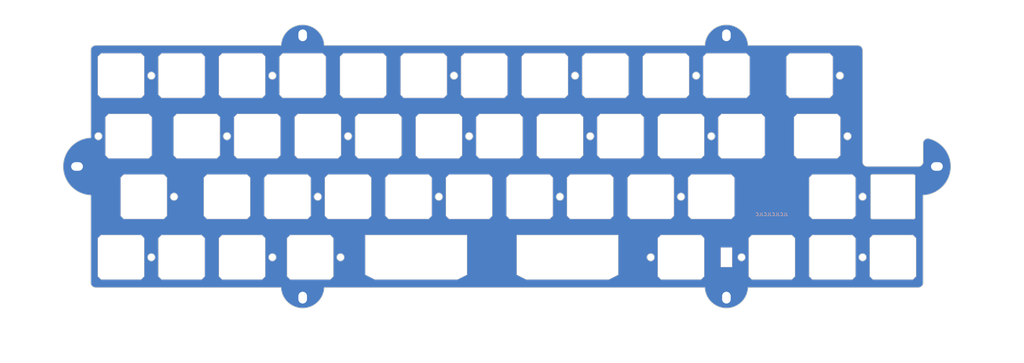
<source format=kicad_pcb>
(kicad_pcb (version 20221018) (generator pcbnew)
  (layers (0 "F.Cu" signal) (31 "B.Cu" signal) (34 "B.Paste" user) (35 "F.Paste" user) (36 "B.SilkS" user "B.Silkscreen") (37 "F.SilkS" user "F.Silkscreen") (38 "B.Mask" user) (39 "F.Mask" user) (44 "Edge.Cuts" user))
  (net 0 "")
  (net 1 "GND")
  (footprint "cipulot_parts:ecs_plate_cut_1U" (layer "F.Cu") (at 243.68125 51.59375)
    (fp_text reference "REF**")
    (fp_text value "Value " hide)
    (fp_line (start -7.3 -6) (end -7.3 6) (stroke (width 0.12)) (layer "Edge.Cuts"))
    (fp_line (start -7.3 6) (end -6.3 7) (stroke (width 0.12)) (layer "Edge.Cuts"))
    (fp_line (start -6.3 -7) (end -7.3 -6) (stroke (width 0.12)) (layer "Edge.Cuts"))
    (fp_line (start -6.3 7) (end 6.3 7) (stroke (width 0.12)) (layer "Edge.Cuts"))
    (fp_line (start 6.3 -7) (end -6.3 -7) (stroke (width 0.12)) (layer "Edge.Cuts"))
    (fp_line (start 6.3 -7) (end 7.3 -6) (stroke (width 0.12)) (layer "Edge.Cuts"))
    (fp_line (start 6.3 7) (end 7.3 6) (stroke (width 0.12)) (layer "Edge.Cuts"))
    (fp_line (start 7.3 6) (end 7.3 -6) (stroke (width 0.12)) (layer "Edge.Cuts"))
  )
  (footprint "cipulot_parts:ecs_plate_cut_1U" (layer "F.Cu") (at 88.9 70.64375)
    (fp_text reference "REF**")
    (fp_text value "Value " hide)
    (fp_line (start -7.3 -6) (end -7.3 6) (stroke (width 0.12)) (layer "Edge.Cuts"))
    (fp_line (start -7.3 6) (end -6.3 7) (stroke (width 0.12)) (layer "Edge.Cuts"))
    (fp_line (start -6.3 -7) (end -7.3 -6) (stroke (width 0.12)) (layer "Edge.Cuts"))
    (fp_line (start -6.3 7) (end 6.3 7) (stroke (width 0.12)) (layer "Edge.Cuts"))
    (fp_line (start 6.3 -7) (end -6.3 -7) (stroke (width 0.12)) (layer "Edge.Cuts"))
    (fp_line (start 6.3 -7) (end 7.3 -6) (stroke (width 0.12)) (layer "Edge.Cuts"))
    (fp_line (start 6.3 7) (end 7.3 6) (stroke (width 0.12)) (layer "Edge.Cuts"))
    (fp_line (start 7.3 6) (end 7.3 -6) (stroke (width 0.12)) (layer "Edge.Cuts"))
  )
  (footprint "cipulot_parts:ecs_plate_cut_1U" (layer "F.Cu") (at 165.1 70.64375)
    (fp_text reference "REF**")
    (fp_text value "Value " hide)
    (fp_line (start -7.3 -6) (end -7.3 6) (stroke (width 0.12)) (layer "Edge.Cuts"))
    (fp_line (start -7.3 6) (end -6.3 7) (stroke (width 0.12)) (layer "Edge.Cuts"))
    (fp_line (start -6.3 -7) (end -7.3 -6) (stroke (width 0.12)) (layer "Edge.Cuts"))
    (fp_line (start -6.3 7) (end 6.3 7) (stroke (width 0.12)) (layer "Edge.Cuts"))
    (fp_line (start 6.3 -7) (end -6.3 -7) (stroke (width 0.12)) (layer "Edge.Cuts"))
    (fp_line (start 6.3 -7) (end 7.3 -6) (stroke (width 0.12)) (layer "Edge.Cuts"))
    (fp_line (start 6.3 7) (end 7.3 6) (stroke (width 0.12)) (layer "Edge.Cuts"))
    (fp_line (start 7.3 6) (end 7.3 -6) (stroke (width 0.12)) (layer "Edge.Cuts"))
  )
  (footprint "cipulot_parts:ecs_plate_cut_1U" (layer "F.Cu") (at 29.36875 70.64375)
    (fp_text reference "REF**")
    (fp_text value "Value " hide)
    (fp_line (start -7.3 -6) (end -7.3 6) (stroke (width 0.12)) (layer "Edge.Cuts"))
    (fp_line (start -7.3 6) (end -6.3 7) (stroke (width 0.12)) (layer "Edge.Cuts"))
    (fp_line (start -6.3 -7) (end -7.3 -6) (stroke (width 0.12)) (layer "Edge.Cuts"))
    (fp_line (start -6.3 7) (end 6.3 7) (stroke (width 0.12)) (layer "Edge.Cuts"))
    (fp_line (start 6.3 -7) (end -6.3 -7) (stroke (width 0.12)) (layer "Edge.Cuts"))
    (fp_line (start 6.3 -7) (end 7.3 -6) (stroke (width 0.12)) (layer "Edge.Cuts"))
    (fp_line (start 6.3 7) (end 7.3 6) (stroke (width 0.12)) (layer "Edge.Cuts"))
    (fp_line (start 7.3 6) (end 7.3 -6) (stroke (width 0.12)) (layer "Edge.Cuts"))
  )
  (footprint "cipulot_parts:ecs_plate_cut_1U" (layer "F.Cu") (at 46.0375 51.59375)
    (fp_text reference "REF**")
    (fp_text value "Value " hide)
    (fp_line (start -7.3 -6) (end -7.3 6) (stroke (width 0.12)) (layer "Edge.Cuts"))
    (fp_line (start -7.3 6) (end -6.3 7) (stroke (width 0.12)) (layer "Edge.Cuts"))
    (fp_line (start -6.3 -7) (end -7.3 -6) (stroke (width 0.12)) (layer "Edge.Cuts"))
    (fp_line (start -6.3 7) (end 6.3 7) (stroke (width 0.12)) (layer "Edge.Cuts"))
    (fp_line (start 6.3 -7) (end -6.3 -7) (stroke (width 0.12)) (layer "Edge.Cuts"))
    (fp_line (start 6.3 -7) (end 7.3 -6) (stroke (width 0.12)) (layer "Edge.Cuts"))
    (fp_line (start 6.3 7) (end 7.3 6) (stroke (width 0.12)) (layer "Edge.Cuts"))
    (fp_line (start 7.3 6) (end 7.3 -6) (stroke (width 0.12)) (layer "Edge.Cuts"))
  )
  (footprint "cipulot_parts:ecs_plate_cut_1U" (layer "F.Cu") (at 212.725 89.69375)
    (fp_text reference "REF**")
    (fp_text value "Value " hide)
    (fp_line (start -7.3 -6) (end -7.3 6) (stroke (width 0.12)) (layer "Edge.Cuts"))
    (fp_line (start -7.3 6) (end -6.3 7) (stroke (width 0.12)) (layer "Edge.Cuts"))
    (fp_line (start -6.3 -7) (end -7.3 -6) (stroke (width 0.12)) (layer "Edge.Cuts"))
    (fp_line (start -6.3 7) (end 6.3 7) (stroke (width 0.12)) (layer "Edge.Cuts"))
    (fp_line (start 6.3 -7) (end -6.3 -7) (stroke (width 0.12)) (layer "Edge.Cuts"))
    (fp_line (start 6.3 -7) (end 7.3 -6) (stroke (width 0.12)) (layer "Edge.Cuts"))
    (fp_line (start 6.3 7) (end 7.3 6) (stroke (width 0.12)) (layer "Edge.Cuts"))
    (fp_line (start 7.3 6) (end 7.3 -6) (stroke (width 0.12)) (layer "Edge.Cuts"))
  )
  (footprint "cipulot_parts:ecs_plate_cut_1U" (layer "F.Cu") (at 146.05 70.64375)
    (fp_text reference "REF**")
    (fp_text value "Value " hide)
    (fp_line (start -7.3 -6) (end -7.3 6) (stroke (width 0.12)) (layer "Edge.Cuts"))
    (fp_line (start -7.3 6) (end -6.3 7) (stroke (width 0.12)) (layer "Edge.Cuts"))
    (fp_line (start -6.3 -7) (end -7.3 -6) (stroke (width 0.12)) (layer "Edge.Cuts"))
    (fp_line (start -6.3 7) (end 6.3 7) (stroke (width 0.12)) (layer "Edge.Cuts"))
    (fp_line (start 6.3 -7) (end -6.3 -7) (stroke (width 0.12)) (layer "Edge.Cuts"))
    (fp_line (start 6.3 -7) (end 7.3 -6) (stroke (width 0.12)) (layer "Edge.Cuts"))
    (fp_line (start 6.3 7) (end 7.3 6) (stroke (width 0.12)) (layer "Edge.Cuts"))
    (fp_line (start 7.3 6) (end 7.3 -6) (stroke (width 0.12)) (layer "Edge.Cuts"))
  )
  (footprint "" (layer "F.Cu") (at 283.731249 80.168749)
    (fp_text reference "" (at 0 0) (layer "F.SilkS") (effects (font (size 1.27 1.27))))
    (fp_text value "" (at 0 0) (layer "F.SilkS") (effects (font (size 1.27 1.27))))
    (pad "1" thru_hole circle (at 0 0 90) (size 5.4 5.4) (drill oval 2.7 3.7) (layers "*.Cu" "*.Mask"))
  )
  (footprint "cipulot_parts:ecs_plate_cut_1U" (layer "F.Cu") (at 217.4875 51.59375)
    (fp_text reference "REF**")
    (fp_text value "Value " hide)
    (fp_line (start -7.3 -6) (end -7.3 6) (stroke (width 0.12)) (layer "Edge.Cuts"))
    (fp_line (start -7.3 6) (end -6.3 7) (stroke (width 0.12)) (layer "Edge.Cuts"))
    (fp_line (start -6.3 -7) (end -7.3 -6) (stroke (width 0.12)) (layer "Edge.Cuts"))
    (fp_line (start -6.3 7) (end 6.3 7) (stroke (width 0.12)) (layer "Edge.Cuts"))
    (fp_line (start 6.3 -7) (end -6.3 -7) (stroke (width 0.12)) (layer "Edge.Cuts"))
    (fp_line (start 6.3 -7) (end 7.3 -6) (stroke (width 0.12)) (layer "Edge.Cuts"))
    (fp_line (start 6.3 7) (end 7.3 6) (stroke (width 0.12)) (layer "Edge.Cuts"))
    (fp_line (start 7.3 6) (end 7.3 -6) (stroke (width 0.12)) (layer "Edge.Cuts"))
  )
  (footprint "cipulot_parts:ecs_plate_cut_2U" (layer "F.Cu") (at 167.48125 108.74375)
    (fp_text reference "REF**")
    (fp_text value "Value " hide)
    (fp_line (start -16 -7) (end 16 -7) (stroke (width 0.12)) (layer "Edge.Cuts"))
    (fp_line (start -16 0) (end -16 -7) (stroke (width 0.12)) (layer "Edge.Cuts"))
    (fp_line (start -16 0) (end -16 5.5) (stroke (width 0.12)) (layer "Edge.Cuts"))
    (fp_line (start -16 5.5) (end -13 7) (stroke (width 0.12)) (layer "Edge.Cuts"))
    (fp_line (start 13 7) (end -13 7) (stroke (width 0.12)) (layer "Edge.Cuts"))
    (fp_line (start 16 -7) (end 16 0) (stroke (width 0.12)) (layer "Edge.Cuts"))
    (fp_line (start 16 0) (end 16 5.5) (stroke (width 0.12)) (layer "Edge.Cuts"))
    (fp_line (start 16 5.5) (end 13 7) (stroke (width 0.12)) (layer "Edge.Cuts"))
  )
  (footprint "cipulot_parts:ecs_plate_cut_1U" (layer "F.Cu") (at 46.0375 108.74375)
    (fp_text reference "REF**")
    (fp_text value "Value " hide)
    (fp_line (start -7.3 -6) (end -7.3 6) (stroke (width 0.12)) (layer "Edge.Cuts"))
    (fp_line (start -7.3 6) (end -6.3 7) (stroke (width 0.12)) (layer "Edge.Cuts"))
    (fp_line (start -6.3 -7) (end -7.3 -6) (stroke (width 0.12)) (layer "Edge.Cuts"))
    (fp_line (start -6.3 7) (end 6.3 7) (stroke (width 0.12)) (layer "Edge.Cuts"))
    (fp_line (start 6.3 -7) (end -6.3 -7) (stroke (width 0.12)) (layer "Edge.Cuts"))
    (fp_line (start 6.3 -7) (end 7.3 -6) (stroke (width 0.12)) (layer "Edge.Cuts"))
    (fp_line (start 6.3 7) (end 7.3 6) (stroke (width 0.12)) (layer "Edge.Cuts"))
    (fp_line (start 7.3 6) (end 7.3 -6) (stroke (width 0.12)) (layer "Edge.Cuts"))
  )
  (footprint "cipulot_parts:ecs_plate_cut_1U" (layer "F.Cu") (at 127 70.64375)
    (fp_text reference "REF**")
    (fp_text value "Value " hide)
    (fp_line (start -7.3 -6) (end -7.3 6) (stroke (width 0.12)) (layer "Edge.Cuts"))
    (fp_line (start -7.3 6) (end -6.3 7) (stroke (width 0.12)) (layer "Edge.Cuts"))
    (fp_line (start -6.3 -7) (end -7.3 -6) (stroke (width 0.12)) (layer "Edge.Cuts"))
    (fp_line (start -6.3 7) (end 6.3 7) (stroke (width 0.12)) (layer "Edge.Cuts"))
    (fp_line (start 6.3 -7) (end -6.3 -7) (stroke (width 0.12)) (layer "Edge.Cuts"))
    (fp_line (start 6.3 -7) (end 7.3 -6) (stroke (width 0.12)) (layer "Edge.Cuts"))
    (fp_line (start 6.3 7) (end 7.3 6) (stroke (width 0.12)) (layer "Edge.Cuts"))
    (fp_line (start 7.3 6) (end 7.3 -6) (stroke (width 0.12)) (layer "Edge.Cuts"))
  )
  (footprint "cipulot_parts:ecs_plate_cut_1U" (layer "F.Cu") (at 174.625 89.69375)
    (fp_text reference "REF**")
    (fp_text value "Value " hide)
    (fp_line (start -7.3 -6) (end -7.3 6) (stroke (width 0.12)) (layer "Edge.Cuts"))
    (fp_line (start -7.3 6) (end -6.3 7) (stroke (width 0.12)) (layer "Edge.Cuts"))
    (fp_line (start -6.3 -7) (end -7.3 -6) (stroke (width 0.12)) (layer "Edge.Cuts"))
    (fp_line (start -6.3 7) (end 6.3 7) (stroke (width 0.12)) (layer "Edge.Cuts"))
    (fp_line (start 6.3 -7) (end -6.3 -7) (stroke (width 0.12)) (layer "Edge.Cuts"))
    (fp_line (start 6.3 -7) (end 7.3 -6) (stroke (width 0.12)) (layer "Edge.Cuts"))
    (fp_line (start 6.3 7) (end 7.3 6) (stroke (width 0.12)) (layer "Edge.Cuts"))
    (fp_line (start 7.3 6) (end 7.3 -6) (stroke (width 0.12)) (layer "Edge.Cuts"))
  )
  (footprint "cipulot_parts:ecs_plate_cut_2U" (layer "F.Cu") (at 119.85625 108.74375)
    (fp_text reference "REF**")
    (fp_text value "Value " hide)
    (fp_line (start -16 -7) (end 16 -7) (stroke (width 0.12)) (layer "Edge.Cuts"))
    (fp_line (start -16 0) (end -16 -7) (stroke (width 0.12)) (layer "Edge.Cuts"))
    (fp_line (start -16 0) (end -16 5.5) (stroke (width 0.12)) (layer "Edge.Cuts"))
    (fp_line (start -16 5.5) (end -13 7) (stroke (width 0.12)) (layer "Edge.Cuts"))
    (fp_line (start 13 7) (end -13 7) (stroke (width 0.12)) (layer "Edge.Cuts"))
    (fp_line (start 16 -7) (end 16 0) (stroke (width 0.12)) (layer "Edge.Cuts"))
    (fp_line (start 16 0) (end 16 5.5) (stroke (width 0.12)) (layer "Edge.Cuts"))
    (fp_line (start 16 5.5) (end 13 7) (stroke (width 0.12)) (layer "Edge.Cuts"))
  )
  (footprint "cipulot_parts:ecs_plate_cut_1U" (layer "F.Cu") (at 203.2 108.74375)
    (fp_text reference "REF**")
    (fp_text value "Value " hide)
    (fp_line (start -7.3 -6) (end -7.3 6) (stroke (width 0.12)) (layer "Edge.Cuts"))
    (fp_line (start -7.3 6) (end -6.3 7) (stroke (width 0.12)) (layer "Edge.Cuts"))
    (fp_line (start -6.3 -7) (end -7.3 -6) (stroke (width 0.12)) (layer "Edge.Cuts"))
    (fp_line (start -6.3 7) (end 6.3 7) (stroke (width 0.12)) (layer "Edge.Cuts"))
    (fp_line (start 6.3 -7) (end -6.3 -7) (stroke (width 0.12)) (layer "Edge.Cuts"))
    (fp_line (start 6.3 -7) (end 7.3 -6) (stroke (width 0.12)) (layer "Edge.Cuts"))
    (fp_line (start 6.3 7) (end 7.3 6) (stroke (width 0.12)) (layer "Edge.Cuts"))
    (fp_line (start 7.3 6) (end 7.3 -6) (stroke (width 0.12)) (layer "Edge.Cuts"))
  )
  (footprint "cipulot_parts:ecs_plate_cut_1U" (layer "F.Cu") (at 26.9875 108.74375)
    (fp_text reference "REF**")
    (fp_text value "Value " hide)
    (fp_line (start -7.3 -6) (end -7.3 6) (stroke (width 0.12)) (layer "Edge.Cuts"))
    (fp_line (start -7.3 6) (end -6.3 7) (stroke (width 0.12)) (layer "Edge.Cuts"))
    (fp_line (start -6.3 -7) (end -7.3 -6) (stroke (width 0.12)) (layer "Edge.Cuts"))
    (fp_line (start -6.3 7) (end 6.3 7) (stroke (width 0.12)) (layer "Edge.Cuts"))
    (fp_line (start 6.3 -7) (end -6.3 -7) (stroke (width 0.12)) (layer "Edge.Cuts"))
    (fp_line (start 6.3 -7) (end 7.3 -6) (stroke (width 0.12)) (layer "Edge.Cuts"))
    (fp_line (start 6.3 7) (end 7.3 6) (stroke (width 0.12)) (layer "Edge.Cuts"))
    (fp_line (start 7.3 6) (end 7.3 -6) (stroke (width 0.12)) (layer "Edge.Cuts"))
  )
  (footprint "cipulot_parts:ecs_plate_cut_1U" (layer "F.Cu") (at 250.825 108.74375)
    (fp_text reference "REF**")
    (fp_text value "Value " hide)
    (fp_line (start -7.3 -6) (end -7.3 6) (stroke (width 0.12)) (layer "Edge.Cuts"))
    (fp_line (start -7.3 6) (end -6.3 7) (stroke (width 0.12)) (layer "Edge.Cuts"))
    (fp_line (start -6.3 -7) (end -7.3 -6) (stroke (width 0.12)) (layer "Edge.Cuts"))
    (fp_line (start -6.3 7) (end 6.3 7) (stroke (width 0.12)) (layer "Edge.Cuts"))
    (fp_line (start 6.3 -7) (end -6.3 -7) (stroke (width 0.12)) (layer "Edge.Cuts"))
    (fp_line (start 6.3 -7) (end 7.3 -6) (stroke (width 0.12)) (layer "Edge.Cuts"))
    (fp_line (start 6.3 7) (end 7.3 6) (stroke (width 0.12)) (layer "Edge.Cuts"))
    (fp_line (start 7.3 6) (end 7.3 -6) (stroke (width 0.12)) (layer "Edge.Cuts"))
  )
  (footprint "cipulot_parts:ecs_plate_cut_1U" (layer "F.Cu") (at 193.675 89.69375)
    (fp_text reference "REF**")
    (fp_text value "Value " hide)
    (fp_line (start -7.3 -6) (end -7.3 6) (stroke (width 0.12)) (layer "Edge.Cuts"))
    (fp_line (start -7.3 6) (end -6.3 7) (stroke (width 0.12)) (layer "Edge.Cuts"))
    (fp_line (start -6.3 -7) (end -7.3 -6) (stroke (width 0.12)) (layer "Edge.Cuts"))
    (fp_line (start -6.3 7) (end 6.3 7) (stroke (width 0.12)) (layer "Edge.Cuts"))
    (fp_line (start 6.3 -7) (end -6.3 -7) (stroke (width 0.12)) (layer "Edge.Cuts"))
    (fp_line (start 6.3 -7) (end 7.3 -6) (stroke (width 0.12)) (layer "Edge.Cuts"))
    (fp_line (start 6.3 7) (end 7.3 6) (stroke (width 0.12)) (layer "Edge.Cuts"))
    (fp_line (start 7.3 6) (end 7.3 -6) (stroke (width 0.12)) (layer "Edge.Cuts"))
  )
  (footprint "cipulot_parts:ecs_plate_cut_1U" (layer "F.Cu") (at 65.0875 51.59375)
    (fp_text reference "REF**")
    (fp_text value "Value " hide)
    (fp_line (start -7.3 -6) (end -7.3 6) (stroke (width 0.12)) (layer "Edge.Cuts"))
    (fp_line (start -7.3 6) (end -6.3 7) (stroke (width 0.12)) (layer "Edge.Cuts"))
    (fp_line (start -6.3 -7) (end -7.3 -6) (stroke (width 0.12)) (layer "Edge.Cuts"))
    (fp_line (start -6.3 7) (end 6.3 7) (stroke (width 0.12)) (layer "Edge.Cuts"))
    (fp_line (start 6.3 -7) (end -6.3 -7) (stroke (width 0.12)) (layer "Edge.Cuts"))
    (fp_line (start 6.3 -7) (end 7.3 -6) (stroke (width 0.12)) (layer "Edge.Cuts"))
    (fp_line (start 6.3 7) (end 7.3 6) (stroke (width 0.12)) (layer "Edge.Cuts"))
    (fp_line (start 7.3 6) (end 7.3 -6) (stroke (width 0.12)) (layer "Edge.Cuts"))
  )
  (footprint "cipulot_parts:ecs_plate_cut_1U" (layer "F.Cu") (at 179.3875 51.59375)
    (fp_text reference "REF**")
    (fp_text value "Value " hide)
    (fp_line (start -7.3 -6) (end -7.3 6) (stroke (width 0.12)) (layer "Edge.Cuts"))
    (fp_line (start -7.3 6) (end -6.3 7) (stroke (width 0.12)) (layer "Edge.Cuts"))
    (fp_line (start -6.3 -7) (end -7.3 -6) (stroke (width 0.12)) (layer "Edge.Cuts"))
    (fp_line (start -6.3 7) (end 6.3 7) (stroke (width 0.12)) (layer "Edge.Cuts"))
    (fp_line (start 6.3 -7) (end -6.3 -7) (stroke (width 0.12)) (layer "Edge.Cuts"))
    (fp_line (start 6.3 -7) (end 7.3 -6) (stroke (width 0.12)) (layer "Edge.Cuts"))
    (fp_line (start 6.3 7) (end 7.3 6) (stroke (width 0.12)) (layer "Edge.Cuts"))
    (fp_line (start 7.3 6) (end 7.3 -6) (stroke (width 0.12)) (layer "Edge.Cuts"))
  )
  (footprint "" (layer "F.Cu") (at 84.137499 38.89375)
    (fp_text reference "" (at 0 0) (layer "F.SilkS") (effects (font (size 1.27 1.27))))
    (fp_text value "" (at 0 0) (layer "F.SilkS") (effects (font (size 1.27 1.27))))
    (pad "1" thru_hole circle (at 0 0) (size 5.4 5.4) (drill oval 2.7 3.7) (layers "*.Cu" "*.Mask"))
  )
  (footprint "cipulot_parts:ecs_plate_cut_1U" (layer "F.Cu") (at 222.25 70.64375)
    (fp_text reference "REF**")
    (fp_text value "Value " hide)
    (fp_line (start -7.3 -6) (end -7.3 6) (stroke (width 0.12)) (layer "Edge.Cuts"))
    (fp_line (start -7.3 6) (end -6.3 7) (stroke (width 0.12)) (layer "Edge.Cuts"))
    (fp_line (start -6.3 -7) (end -7.3 -6) (stroke (width 0.12)) (layer "Edge.Cuts"))
    (fp_line (start -6.3 7) (end 6.3 7) (stroke (width 0.12)) (layer "Edge.Cuts"))
    (fp_line (start 6.3 -7) (end -6.3 -7) (stroke (width 0.12)) (layer "Edge.Cuts"))
    (fp_line (start 6.3 -7) (end 7.3 -6) (stroke (width 0.12)) (layer "Edge.Cuts"))
    (fp_line (start 6.3 7) (end 7.3 6) (stroke (width 0.12)) (layer "Edge.Cuts"))
    (fp_line (start 7.3 6) (end 7.3 -6) (stroke (width 0.12)) (layer "Edge.Cuts"))
  )
  (footprint "cipulot_parts:ecs_plate_cut_1U" (layer "F.Cu") (at 34.13125 89.69375)
    (fp_text reference "REF**")
    (fp_text value "Value " hide)
    (fp_line (start -7.3 -6) (end -7.3 6) (stroke (width 0.12)) (layer "Edge.Cuts"))
    (fp_line (start -7.3 6) (end -6.3 7) (stroke (width 0.12)) (layer "Edge.Cuts"))
    (fp_line (start -6.3 -7) (end -7.3 -6) (stroke (width 0.12)) (layer "Edge.Cuts"))
    (fp_line (start -6.3 7) (end 6.3 7) (stroke (width 0.12)) (layer "Edge.Cuts"))
    (fp_line (start 6.3 -7) (end -6.3 -7) (stroke (width 0.12)) (layer "Edge.Cuts"))
    (fp_line (start 6.3 -7) (end 7.3 -6) (stroke (width 0.12)) (layer "Edge.Cuts"))
    (fp_line (start 6.3 7) (end 7.3 6) (stroke (width 0.12)) (layer "Edge.Cuts"))
    (fp_line (start 7.3 6) (end 7.3 -6) (stroke (width 0.12)) (layer "Edge.Cuts"))
  )
  (footprint "cipulot_parts:ecs_plate_cut_1U" (layer "F.Cu") (at 198.4375 51.59375)
    (fp_text reference "REF**")
    (fp_text value "Value " hide)
    (fp_line (start -7.3 -6) (end -7.3 6) (stroke (width 0.12)) (layer "Edge.Cuts"))
    (fp_line (start -7.3 6) (end -6.3 7) (stroke (width 0.12)) (layer "Edge.Cuts"))
    (fp_line (start -6.3 -7) (end -7.3 -6) (stroke (width 0.12)) (layer "Edge.Cuts"))
    (fp_line (start -6.3 7) (end 6.3 7) (stroke (width 0.12)) (layer "Edge.Cuts"))
    (fp_line (start 6.3 -7) (end -6.3 -7) (stroke (width 0.12)) (layer "Edge.Cuts"))
    (fp_line (start 6.3 -7) (end 7.3 -6) (stroke (width 0.12)) (layer "Edge.Cuts"))
    (fp_line (start 6.3 7) (end 7.3 6) (stroke (width 0.12)) (layer "Edge.Cuts"))
    (fp_line (start 7.3 6) (end 7.3 -6) (stroke (width 0.12)) (layer "Edge.Cuts"))
  )
  (footprint "" (layer "F.Cu") (at 217.4875 38.893751)
    (fp_text reference "" (at 0 0) (layer "F.SilkS") (effects (font (size 1.27 1.27))))
    (fp_text value "" (at 0 0) (layer "F.SilkS") (effects (font (size 1.27 1.27))))
    (pad "1" thru_hole circle (at 0 0) (size 5.4 5.4) (drill oval 2.7 3.7) (layers "*.Cu" "*.Mask"))
  )
  (footprint "cipulot_parts:ecs_plate_cut_1U" (layer "F.Cu") (at 26.9875 51.59375)
    (fp_text reference "REF**")
    (fp_text value "Value " hide)
    (fp_line (start -7.3 -6) (end -7.3 6) (stroke (width 0.12)) (layer "Edge.Cuts"))
    (fp_line (start -7.3 6) (end -6.3 7) (stroke (width 0.12)) (layer "Edge.Cuts"))
    (fp_line (start -6.3 -7) (end -7.3 -6) (stroke (width 0.12)) (layer "Edge.Cuts"))
    (fp_line (start -6.3 7) (end 6.3 7) (stroke (width 0.12)) (layer "Edge.Cuts"))
    (fp_line (start 6.3 -7) (end -6.3 -7) (stroke (width 0.12)) (layer "Edge.Cuts"))
    (fp_line (start 6.3 -7) (end 7.3 -6) (stroke (width 0.12)) (layer "Edge.Cuts"))
    (fp_line (start 6.3 7) (end 7.3 6) (stroke (width 0.12)) (layer "Edge.Cuts"))
    (fp_line (start 7.3 6) (end 7.3 -6) (stroke (width 0.12)) (layer "Edge.Cuts"))
  )
  (footprint "cipulot_parts:ecs_plate_cut_1U" (layer "F.Cu") (at 86.51875 108.74375)
    (fp_text reference "REF**")
    (fp_text value "Value " hide)
    (fp_line (start -7.3 -6) (end -7.3 6) (stroke (width 0.12)) (layer "Edge.Cuts"))
    (fp_line (start -7.3 6) (end -6.3 7) (stroke (width 0.12)) (layer "Edge.Cuts"))
    (fp_line (start -6.3 -7) (end -7.3 -6) (stroke (width 0.12)) (layer "Edge.Cuts"))
    (fp_line (start -6.3 7) (end 6.3 7) (stroke (width 0.12)) (layer "Edge.Cuts"))
    (fp_line (start 6.3 -7) (end -6.3 -7) (stroke (width 0.12)) (layer "Edge.Cuts"))
    (fp_line (start 6.3 -7) (end 7.3 -6) (stroke (width 0.12)) (layer "Edge.Cuts"))
    (fp_line (start 6.3 7) (end 7.3 6) (stroke (width 0.12)) (layer "Edge.Cuts"))
    (fp_line (start 7.3 6) (end 7.3 -6) (stroke (width 0.12)) (layer "Edge.Cuts"))
  )
  (footprint "cipulot_parts:ecs_plate_cut_1U" (layer "F.Cu") (at 50.8 70.64375)
    (fp_text reference "REF**")
    (fp_text value "Value " hide)
    (fp_line (start -7.3 -6) (end -7.3 6) (stroke (width 0.12)) (layer "Edge.Cuts"))
    (fp_line (start -7.3 6) (end -6.3 7) (stroke (width 0.12)) (layer "Edge.Cuts"))
    (fp_line (start -6.3 -7) (end -7.3 -6) (stroke (width 0.12)) (layer "Edge.Cuts"))
    (fp_line (start -6.3 7) (end 6.3 7) (stroke (width 0.12)) (layer "Edge.Cuts"))
    (fp_line (start 6.3 -7) (end -6.3 -7) (stroke (width 0.12)) (layer "Edge.Cuts"))
    (fp_line (start 6.3 -7) (end 7.3 -6) (stroke (width 0.12)) (layer "Edge.Cuts"))
    (fp_line (start 6.3 7) (end 7.3 6) (stroke (width 0.12)) (layer "Edge.Cuts"))
    (fp_line (start 7.3 6) (end 7.3 -6) (stroke (width 0.12)) (layer "Edge.Cuts"))
  )
  (footprint "cipulot_parts:ecs_plate_cut_1U" (layer "F.Cu") (at 269.875 108.74375)
    (fp_text reference "REF**")
    (fp_text value "Value " hide)
    (fp_line (start -7.3 -6) (end -7.3 6) (stroke (width 0.12)) (layer "Edge.Cuts"))
    (fp_line (start -7.3 6) (end -6.3 7) (stroke (width 0.12)) (layer "Edge.Cuts"))
    (fp_line (start -6.3 -7) (end -7.3 -6) (stroke (width 0.12)) (layer "Edge.Cuts"))
    (fp_line (start -6.3 7) (end 6.3 7) (stroke (width 0.12)) (layer "Edge.Cuts"))
    (fp_line (start 6.3 -7) (end -6.3 -7) (stroke (width 0.12)) (layer "Edge.Cuts"))
    (fp_line (start 6.3 -7) (end 7.3 -6) (stroke (width 0.12)) (layer "Edge.Cuts"))
    (fp_line (start 6.3 7) (end 7.3 6) (stroke (width 0.12)) (layer "Edge.Cuts"))
    (fp_line (start 7.3 6) (end 7.3 -6) (stroke (width 0.12)) (layer "Edge.Cuts"))
  )
  (footprint "cipulot_parts:ecs_plate_cut_1U" (layer "F.Cu") (at 250.825 89.69375)
    (fp_text reference "REF**")
    (fp_text value "Value " hide)
    (fp_line (start -7.3 -6) (end -7.3 6) (stroke (width 0.12)) (layer "Edge.Cuts"))
    (fp_line (start -7.3 6) (end -6.3 7) (stroke (width 0.12)) (layer "Edge.Cuts"))
    (fp_line (start -6.3 -7) (end -7.3 -6) (stroke (width 0.12)) (layer "Edge.Cuts"))
    (fp_line (start -6.3 7) (end 6.3 7) (stroke (width 0.12)) (layer "Edge.Cuts"))
    (fp_line (start 6.3 -7) (end -6.3 -7) (stroke (width 0.12)) (layer "Edge.Cuts"))
    (fp_line (start 6.3 -7) (end 7.3 -6) (stroke (width 0.12)) (layer "Edge.Cuts"))
    (fp_line (start 6.3 7) (end 7.3 6) (stroke (width 0.12)) (layer "Edge.Cuts"))
    (fp_line (start 7.3 6) (end 7.3 -6) (stroke (width 0.12)) (layer "Edge.Cuts"))
  )
  (footprint "cipulot_parts:ecs_plate_cut_1U" (layer "F.Cu") (at 65.0875 108.74375)
    (fp_text reference "REF**")
    (fp_text value "Value " hide)
    (fp_line (start -7.3 -6) (end -7.3 6) (stroke (width 0.12)) (layer "Edge.Cuts"))
    (fp_line (start -7.3 6) (end -6.3 7) (stroke (width 0.12)) (layer "Edge.Cuts"))
    (fp_line (start -6.3 -7) (end -7.3 -6) (stroke (width 0.12)) (layer "Edge.Cuts"))
    (fp_line (start -6.3 7) (end 6.3 7) (stroke (width 0.12)) (layer "Edge.Cuts"))
    (fp_line (start 6.3 -7) (end -6.3 -7) (stroke (width 0.12)) (layer "Edge.Cuts"))
    (fp_line (start 6.3 -7) (end 7.3 -6) (stroke (width 0.12)) (layer "Edge.Cuts"))
    (fp_line (start 6.3 7) (end 7.3 6) (stroke (width 0.12)) (layer "Edge.Cuts"))
    (fp_line (start 7.3 6) (end 7.3 -6) (stroke (width 0.12)) (layer "Edge.Cuts"))
  )
  (footprint "cipulot_parts:ecs_plate_cut_1U" (layer "F.Cu") (at 69.85 70.64375)
    (fp_text reference "REF**")
    (fp_text value "Value " hide)
    (fp_line (start -7.3 -6) (end -7.3 6) (stroke (width 0.12)) (layer "Edge.Cuts"))
    (fp_line (start -7.3 6) (end -6.3 7) (stroke (width 0.12)) (layer "Edge.Cuts"))
    (fp_line (start -6.3 -7) (end -7.3 -6) (stroke (width 0.12)) (layer "Edge.Cuts"))
    (fp_line (start -6.3 7) (end 6.3 7) (stroke (width 0.12)) (layer "Edge.Cuts"))
    (fp_line (start 6.3 -7) (end -6.3 -7) (stroke (width 0.12)) (layer "Edge.Cuts"))
    (fp_line (start 6.3 -7) (end 7.3 -6) (stroke (width 0.12)) (layer "Edge.Cuts"))
    (fp_line (start 6.3 7) (end 7.3 6) (stroke (width 0.12)) (layer "Edge.Cuts"))
    (fp_line (start 7.3 6) (end 7.3 -6) (stroke (width 0.12)) (layer "Edge.Cuts"))
  )
  (footprint "cipulot_parts:ecs_plate_cut_1U" (layer "F.Cu") (at 160.3375 51.59375)
    (fp_text reference "REF**")
    (fp_text value "Value " hide)
    (fp_line (start -7.3 -6) (end -7.3 6) (stroke (width 0.12)) (layer "Edge.Cuts"))
    (fp_line (start -7.3 6) (end -6.3 7) (stroke (width 0.12)) (layer "Edge.Cuts"))
    (fp_line (start -6.3 -7) (end -7.3 -6) (stroke (width 0.12)) (layer "Edge.Cuts"))
    (fp_line (start -6.3 7) (end 6.3 7) (stroke (width 0.12)) (layer "Edge.Cuts"))
    (fp_line (start 6.3 -7) (end -6.3 -7) (stroke (width 0.12)) (layer "Edge.Cuts"))
    (fp_line (start 6.3 -7) (end 7.3 -6) (stroke (width 0.12)) (layer "Edge.Cuts"))
    (fp_line (start 6.3 7) (end 7.3 6) (stroke (width 0.12)) (layer "Edge.Cuts"))
    (fp_line (start 7.3 6) (end 7.3 -6) (stroke (width 0.12)) (layer "Edge.Cuts"))
  )
  (footprint "" (layer "F.Cu") (at 84.137499 121.44375)
    (fp_text reference "" (at 0 0) (layer "F.SilkS") (effects (font (size 1.27 1.27))))
    (fp_text value "" (at 0 0) (layer "F.SilkS") (effects (font (size 1.27 1.27))))
    (pad "1" thru_hole circle (at 0 0) (size 5.4 5.4) (drill oval 2.7 3.7) (layers "*.Cu" "*.Mask"))
  )
  (footprint "" (layer "F.Cu") (at 13.13125 80.16875)
    (fp_text reference "" (at 0 0) (layer "F.SilkS") (effects (font (size 1.27 1.27))))
    (fp_text value "" (at 0 0) (layer "F.SilkS") (effects (font (size 1.27 1.27))))
    (pad "1" thru_hole circle (at 0 0 90) (size 5.4 5.4) (drill oval 2.7 3.7) (layers "*.Cu" "*.Mask"))
  )
  (footprint "cipulot_parts:ecs_plate_cut_1U" (layer "F.Cu") (at 155.575 89.69375)
    (fp_text reference "REF**")
    (fp_text value "Value " hide)
    (fp_line (start -7.3 -6) (end -7.3 6) (stroke (width 0.12)) (layer "Edge.Cuts"))
    (fp_line (start -7.3 6) (end -6.3 7) (stroke (width 0.12)) (layer "Edge.Cuts"))
    (fp_line (start -6.3 -7) (end -7.3 -6) (stroke (width 0.12)) (layer "Edge.Cuts"))
    (fp_line (start -6.3 7) (end 6.3 7) (stroke (width 0.12)) (layer "Edge.Cuts"))
    (fp_line (start 6.3 -7) (end -6.3 -7) (stroke (width 0.12)) (layer "Edge.Cuts"))
    (fp_line (start 6.3 -7) (end 7.3 -6) (stroke (width 0.12)) (layer "Edge.Cuts"))
    (fp_line (start 6.3 7) (end 7.3 6) (stroke (width 0.12)) (layer "Edge.Cuts"))
    (fp_line (start 7.3 6) (end 7.3 -6) (stroke (width 0.12)) (layer "Edge.Cuts"))
  )
  (footprint "cipulot_parts:ecs_plate_cut_1U" (layer "F.Cu") (at 141.2875 51.59375)
    (fp_text reference "REF**")
    (fp_text value "Value " hide)
    (fp_line (start -7.3 -6) (end -7.3 6) (stroke (width 0.12)) (layer "Edge.Cuts"))
    (fp_line (start -7.3 6) (end -6.3 7) (stroke (width 0.12)) (layer "Edge.Cuts"))
    (fp_line (start -6.3 -7) (end -7.3 -6) (stroke (width 0.12)) (layer "Edge.Cuts"))
    (fp_line (start -6.3 7) (end 6.3 7) (stroke (width 0.12)) (layer "Edge.Cuts"))
    (fp_line (start 6.3 -7) (end -6.3 -7) (stroke (width 0.12)) (layer "Edge.Cuts"))
    (fp_line (start 6.3 -7) (end 7.3 -6) (stroke (width 0.12)) (layer "Edge.Cuts"))
    (fp_line (start 6.3 7) (end 7.3 6) (stroke (width 0.12)) (layer "Edge.Cuts"))
    (fp_line (start 7.3 6) (end 7.3 -6) (stroke (width 0.12)) (layer "Edge.Cuts"))
  )
  (footprint "cipulot_parts:ecs_plate_cut_1U" (layer "F.Cu") (at 246.0625 70.64375)
    (fp_text reference "REF**")
    (fp_text value "Value " hide)
    (fp_line (start -7.3 -6) (end -7.3 6) (stroke (width 0.12)) (layer "Edge.Cuts"))
    (fp_line (start -7.3 6) (end -6.3 7) (stroke (width 0.12)) (layer "Edge.Cuts"))
    (fp_line (start -6.3 -7) (end -7.3 -6) (stroke (width 0.12)) (layer "Edge.Cuts"))
    (fp_line (start -6.3 7) (end 6.3 7) (stroke (width 0.12)) (layer "Edge.Cuts"))
    (fp_line (start 6.3 -7) (end -6.3 -7) (stroke (width 0.12)) (layer "Edge.Cuts"))
    (fp_line (start 6.3 -7) (end 7.3 -6) (stroke (width 0.12)) (layer "Edge.Cuts"))
    (fp_line (start 6.3 7) (end 7.3 6) (stroke (width 0.12)) (layer "Edge.Cuts"))
    (fp_line (start 7.3 6) (end 7.3 -6) (stroke (width 0.12)) (layer "Edge.Cuts"))
  )
  (footprint "cipulot_parts:ecs_plate_cut_1U" (layer "F.Cu") (at 107.95 70.64375)
    (fp_text reference "REF**")
    (fp_text value "Value " hide)
    (fp_line (start -7.3 -6) (end -7.3 6) (stroke (width 0.12)) (layer "Edge.Cuts"))
    (fp_line (start -7.3 6) (end -6.3 7) (stroke (width 0.12)) (layer "Edge.Cuts"))
    (fp_line (start -6.3 -7) (end -7.3 -6) (stroke (width 0.12)) (layer "Edge.Cuts"))
    (fp_line (start -6.3 7) (end 6.3 7) (stroke (width 0.12)) (layer "Edge.Cuts"))
    (fp_line (start 6.3 -7) (end -6.3 -7) (stroke (width 0.12)) (layer "Edge.Cuts"))
    (fp_line (start 6.3 -7) (end 7.3 -6) (stroke (width 0.12)) (layer "Edge.Cuts"))
    (fp_line (start 6.3 7) (end 7.3 6) (stroke (width 0.12)) (layer "Edge.Cuts"))
    (fp_line (start 7.3 6) (end 7.3 -6) (stroke (width 0.12)) (layer "Edge.Cuts"))
  )
  (footprint "" (layer "F.Cu") (at 217.4875 121.44375)
    (fp_text reference "" (at 0 0) (layer "F.SilkS") (effects (font (size 1.27 1.27))))
    (fp_text value "" (at 0 0) (layer "F.SilkS") (effects (font (size 1.27 1.27))))
    (pad "1" thru_hole circle (at 0 0) (size 5.4 5.4) (drill oval 2.7 3.7) (layers "*.Cu" "*.Mask"))
  )
  (footprint "cipulot_parts:ecs_plate_cut_1U" (layer "F.Cu") (at 117.475 89.69375)
    (fp_text reference "REF**")
    (fp_text value "Value " hide)
    (fp_line (start -7.3 -6) (end -7.3 6) (stroke (width 0.12)) (layer "Edge.Cuts"))
    (fp_line (start -7.3 6) (end -6.3 7) (stroke (width 0.12)) (layer "Edge.Cuts"))
    (fp_line (start -6.3 -7) (end -7.3 -6) (stroke (width 0.12)) (layer "Edge.Cuts"))
    (fp_line (start -6.3 7) (end 6.3 7) (stroke (width 0.12)) (layer "Edge.Cuts"))
    (fp_line (start 6.3 -7) (end -6.3 -7) (stroke (width 0.12)) (layer "Edge.Cuts"))
    (fp_line (start 6.3 -7) (end 7.3 -6) (stroke (width 0.12)) (layer "Edge.Cuts"))
    (fp_line (start 6.3 7) (end 7.3 6) (stroke (width 0.12)) (layer "Edge.Cuts"))
    (fp_line (start 7.3 6) (end 7.3 -6) (stroke (width 0.12)) (layer "Edge.Cuts"))
  )
  (footprint "cipulot_parts:ecs_plate_cut_1U" (layer "F.Cu") (at 122.2375 51.59375)
    (fp_text reference "REF**")
    (fp_text value "Value " hide)
    (fp_line (start -7.3 -6) (end -7.3 6) (stroke (width 0.12)) (layer "Edge.Cuts"))
    (fp_line (start -7.3 6) (end -6.3 7) (stroke (width 0.12)) (layer "Edge.Cuts"))
    (fp_line (start -6.3 -7) (end -7.3 -6) (stroke (width 0.12)) (layer "Edge.Cuts"))
    (fp_line (start -6.3 7) (end 6.3 7) (stroke (width 0.12)) (layer "Edge.Cuts"))
    (fp_line (start 6.3 -7) (end -6.3 -7) (stroke (width 0.12)) (layer "Edge.Cuts"))
    (fp_line (start 6.3 -7) (end 7.3 -6) (stroke (width 0.12)) (layer "Edge.Cuts"))
    (fp_line (start 6.3 7) (end 7.3 6) (stroke (width 0.12)) (layer "Edge.Cuts"))
    (fp_line (start 7.3 6) (end 7.3 -6) (stroke (width 0.12)) (layer "Edge.Cuts"))
  )
  (footprint "cipulot_parts:ecs_plate_cut_1U" (layer "F.Cu") (at 98.425 89.69375)
    (fp_text reference "REF**")
    (fp_text value "Value " hide)
    (fp_line (start -7.3 -6) (end -7.3 6) (stroke (width 0.12)) (layer "Edge.Cuts"))
    (fp_line (start -7.3 6) (end -6.3 7) (stroke (width 0.12)) (layer "Edge.Cuts"))
    (fp_line (start -6.3 -7) (end -7.3 -6) (stroke (width 0.12)) (layer "Edge.Cuts"))
    (fp_line (start -6.3 7) (end 6.3 7) (stroke (width 0.12)) (layer "Edge.Cuts"))
    (fp_line (start 6.3 -7) (end -6.3 -7) (stroke (width 0.12)) (layer "Edge.Cuts"))
    (fp_line (start 6.3 -7) (end 7.3 -6) (stroke (width 0.12)) (layer "Edge.Cuts"))
    (fp_line (start 6.3 7) (end 7.3 6) (stroke (width 0.12)) (layer "Edge.Cuts"))
    (fp_line (start 7.3 6) (end 7.3 -6) (stroke (width 0.12)) (layer "Edge.Cuts"))
  )
  (footprint "cipulot_parts:ecs_plate_cut_1U" (layer "F.Cu") (at 79.375 89.69375)
    (fp_text reference "REF**")
    (fp_text value "Value " hide)
    (fp_line (start -7.3 -6) (end -7.3 6) (stroke (width 0.12)) (layer "Edge.Cuts"))
    (fp_line (start -7.3 6) (end -6.3 7) (stroke (width 0.12)) (layer "Edge.Cuts"))
    (fp_line (start -6.3 -7) (end -7.3 -6) (stroke (width 0.12)) (layer "Edge.Cuts"))
    (fp_line (start -6.3 7) (end 6.3 7) (stroke (width 0.12)) (layer "Edge.Cuts"))
    (fp_line (start 6.3 -7) (end -6.3 -7) (stroke (width 0.12)) (layer "Edge.Cuts"))
    (fp_line (start 6.3 -7) (end 7.3 -6) (stroke (width 0.12)) (layer "Edge.Cuts"))
    (fp_line (start 6.3 7) (end 7.3 6) (stroke (width 0.12)) (layer "Edge.Cuts"))
    (fp_line (start 7.3 6) (end 7.3 -6) (stroke (width 0.12)) (layer "Edge.Cuts"))
  )
  (footprint "cipulot_parts:ecs_plate_cut_1U" (layer "F.Cu") (at 60.325 89.69375)
    (fp_text reference "REF**")
    (fp_text value "Value " hide)
    (fp_line (start -7.3 -6) (end -7.3 6) (stroke (width 0.12)) (layer "Edge.Cuts"))
    (fp_line (start -7.3 6) (end -6.3 7) (stroke (width 0.12)) (layer "Edge.Cuts"))
    (fp_line (start -6.3 -7) (end -7.3 -6) (stroke (width 0.12)) (layer "Edge.Cuts"))
    (fp_line (start -6.3 7) (end 6.3 7) (stroke (width 0.12)) (layer "Edge.Cuts"))
    (fp_line (start 6.3 -7) (end -6.3 -7) (stroke (width 0.12)) (layer "Edge.Cuts"))
    (fp_line (start 6.3 -7) (end 7.3 -6) (stroke (width 0.12)) (layer "Edge.Cuts"))
    (fp_line (start 6.3 7) (end 7.3 6) (stroke (width 0.12)) (layer "Edge.Cuts"))
    (fp_line (start 7.3 6) (end 7.3 -6) (stroke (width 0.12)) (layer "Edge.Cuts"))
  )
  (footprint "cipulot_parts:ecs_plate_cut_1U" (layer "F.Cu") (at 84.1375 51.59375)
    (fp_text reference "REF**")
    (fp_text value "Value " hide)
    (fp_line (start -7.3 -6) (end -7.3 6) (stroke (width 0.12)) (layer "Edge.Cuts"))
    (fp_line (start -7.3 6) (end -6.3 7) (stroke (width 0.12)) (layer "Edge.Cuts"))
    (fp_line (start -6.3 -7) (end -7.3 -6) (stroke (width 0.12)) (layer "Edge.Cuts"))
    (fp_line (start -6.3 7) (end 6.3 7) (stroke (width 0.12)) (layer "Edge.Cuts"))
    (fp_line (start 6.3 -7) (end -6.3 -7) (stroke (width 0.12)) (layer "Edge.Cuts"))
    (fp_line (start 6.3 -7) (end 7.3 -6) (stroke (width 0.12)) (layer "Edge.Cuts"))
    (fp_line (start 6.3 7) (end 7.3 6) (stroke (width 0.12)) (layer "Edge.Cuts"))
    (fp_line (start 7.3 6) (end 7.3 -6) (stroke (width 0.12)) (layer "Edge.Cuts"))
  )
  (footprint "cipulot_parts:ecs_plate_cut_1U" (layer "F.Cu") (at 203.2 70.64375)
    (fp_text reference "REF**")
    (fp_text value "Value " hide)
    (fp_line (start -7.3 -6) (end -7.3 6) (stroke (width 0.12)) (layer "Edge.Cuts"))
    (fp_line (start -7.3 6) (end -6.3 7) (stroke (width 0.12)) (layer "Edge.Cuts"))
    (fp_line (start -6.3 -7) (end -7.3 -6) (stroke (width 0.12)) (layer "Edge.Cuts"))
    (fp_line (start -6.3 7) (end 6.3 7) (stroke (width 0.12)) (layer "Edge.Cuts"))
    (fp_line (start 6.3 -7) (end -6.3 -7) (stroke (width 0.12)) (layer "Edge.Cuts"))
    (fp_line (start 6.3 -7) (end 7.3 -6) (stroke (width 0.12)) (layer "Edge.Cuts"))
    (fp_line (start 6.3 7) (end 7.3 6) (stroke (width 0.12)) (layer "Edge.Cuts"))
    (fp_line (start 7.3 6) (end 7.3 -6) (stroke (width 0.12)) (layer "Edge.Cuts"))
  )
  (footprint "cipulot_parts:ecs_plate_cut_1U" (layer "F.Cu") (at 231.775 108.74375)
    (fp_text reference "REF**")
    (fp_text value "Value " hide)
    (fp_line (start -7.3 -6) (end -7.3 6) (stroke (width 0.12)) (layer "Edge.Cuts"))
    (fp_line (start -7.3 6) (end -6.3 7) (stroke (width 0.12)) (layer "Edge.Cuts"))
    (fp_line (start -6.3 -7) (end -7.3 -6) (stroke (width 0.12)) (layer "Edge.Cuts"))
    (fp_line (start -6.3 7) (end 6.3 7) (stroke (width 0.12)) (layer "Edge.Cuts"))
    (fp_line (start 6.3 -7) (end -6.3 -7) (stroke (width 0.12)) (layer "Edge.Cuts"))
    (fp_line (start 6.3 -7) (end 7.3 -6) (stroke (width 0.12)) (layer "Edge.Cuts"))
    (fp_line (start 6.3 7) (end 7.3 6) (stroke (width 0.12)) (layer "Edge.Cuts"))
    (fp_line (start 7.3 6) (end 7.3 -6) (stroke (width 0.12)) (layer "Edge.Cuts"))
  )
  (footprint "cipulot_parts:ecs_plate_cut_1U" (layer "F.Cu") (at 103.1875 51.59375)
    (fp_text reference "REF**")
    (fp_text value "Value " hide)
    (fp_line (start -7.3 -6) (end -7.3 6) (stroke (width 0.12)) (layer "Edge.Cuts"))
    (fp_line (start -7.3 6) (end -6.3 7) (stroke (width 0.12)) (layer "Edge.Cuts"))
    (fp_line (start -6.3 -7) (end -7.3 -6) (stroke (width 0.12)) (layer "Edge.Cuts"))
    (fp_line (start -6.3 7) (end 6.3 7) (stroke (width 0.12)) (layer "Edge.Cuts"))
    (fp_line (start 6.3 -7) (end -6.3 -7) (stroke (width 0.12)) (layer "Edge.Cuts"))
    (fp_line (start 6.3 -7) (end 7.3 -6) (stroke (width 0.12)) (layer "Edge.Cuts"))
    (fp_line (start 6.3 7) (end 7.3 6) (stroke (width 0.12)) (layer "Edge.Cuts"))
    (fp_line (start 7.3 6) (end 7.3 -6) (stroke (width 0.12)) (layer "Edge.Cuts"))
  )
  (footprint "cipulot_parts:ecs_plate_cut_1U" (layer "F.Cu") (at 184.15 70.64375)
    (fp_text reference "REF**")
    (fp_text value "Value " hide)
    (fp_line (start -7.3 -6) (end -7.3 6) (stroke (width 0.12)) (layer "Edge.Cuts"))
    (fp_line (start -7.3 6) (end -6.3 7) (stroke (width 0.12)) (layer "Edge.Cuts"))
    (fp_line (start -6.3 -7) (end -7.3 -6) (stroke (width 0.12)) (layer "Edge.Cuts"))
    (fp_line (start -6.3 7) (end 6.3 7) (stroke (width 0.12)) (layer "Edge.Cuts"))
    (fp_line (start 6.3 -7) (end -6.3 -7) (stroke (width 0.12)) (layer "Edge.Cuts"))
    (fp_line (start 6.3 -7) (end 7.3 -6) (stroke (width 0.12)) (layer "Edge.Cuts"))
    (fp_line (start 6.3 7) (end 7.3 6) (stroke (width 0.12)) (layer "Edge.Cuts"))
    (fp_line (start 7.3 6) (end 7.3 -6) (stroke (width 0.12)) (layer "Edge.Cuts"))
  )
  (footprint "cipulot_parts:ecs_plate_cut_1U" (layer "F.Cu") (at 136.525 89.69375)
    (fp_text reference "REF**")
    (fp_text value "Value " hide)
    (fp_line (start -7.3 -6) (end -7.3 6) (stroke (width 0.12)) (layer "Edge.Cuts"))
    (fp_line (start -7.3 6) (end -6.3 7) (stroke (width 0.12)) (layer "Edge.Cuts"))
    (fp_line (start -6.3 -7) (end -7.3 -6) (stroke (width 0.12)) (layer "Edge.Cuts"))
    (fp_line (start -6.3 7) (end 6.3 7) (stroke (width 0.12)) (layer "Edge.Cuts"))
    (fp_line (start 6.3 -7) (end -6.3 -7) (stroke (width 0.12)) (layer "Edge.Cuts"))
    (fp_line (start 6.3 -7) (end 7.3 -6) (stroke (width 0.12)) (layer "Edge.Cuts"))
    (fp_line (start 6.3 7) (end 7.3 6) (stroke (width 0.12)) (layer "Edge.Cuts"))
    (fp_line (start 7.3 6) (end 7.3 -6) (stroke (width 0.12)) (layer "Edge.Cuts"))
  )
  (gr_circle (center 88.9 89.69375) (end 90.05 89.69375) (stroke (width 0.2)) (fill none) (layer "Edge.Cuts"))
  (gr_arc (start 276.375 82.69375) (mid 276.728553 82.840197) (end 276.875 83.19375) (stroke (width 0.2)) (layer "Edge.Cuts"))
  (gr_arc (start 210.693 42.06875) (mid 217.4875 35.58875) (end 224.282 42.06875) (stroke (width 0.2)) (layer "Edge.Cuts"))
  (gr_circle (center 212.725 70.64375) (end 213.875 70.64375) (stroke (width 0.2)) (fill none) (layer "Edge.Cuts"))
  (gr_arc (start 258.85 42.06875) (mid 259.91066 42.50809) (end 260.35 43.56875) (stroke (width 0.2)) (layer "Edge.Cuts"))
  (gr_line (start 210.693 42.06875) (end 90.932 42.06875) (stroke (width 0.2)) (layer "Edge.Cuts"))
  (gr_arc (start 261.85 80.16875) (mid 260.78934 79.72941) (end 260.35 78.66875) (stroke (width 0.2)) (layer "Edge.Cuts"))
  (gr_circle (center 203.2 89.69375) (end 204.35 89.69375) (stroke (width 0.2)) (fill none) (layer "Edge.Cuts"))
  (gr_circle (center 127 89.69375) (end 128.15 89.69375) (stroke (width 0.2)) (fill none) (layer "Edge.Cuts"))
  (gr_line (start 279.4 116.76875) (end 279.4 89.19845) (stroke (width 0.2)) (layer "Edge.Cuts"))
  (gr_rect (start 215.689277 105.67166) (end 219.280821 111.815972) (stroke (width 0.1)) (fill none) (layer "Edge.Cuts"))
  (gr_circle (center 19.84375 70.64375) (end 20.99375 70.64375) (stroke (width 0.2)) (fill none) (layer "Edge.Cuts"))
  (gr_circle (center 255.5875 70.64375) (end 256.7375 70.64375) (stroke (width 0.2)) (fill none) (layer "Edge.Cuts"))
  (gr_line (start 17.4625 89.19845) (end 17.4625 116.76875) (stroke (width 0.2)) (layer "Edge.Cuts"))
  (gr_arc (start 224.282 118.26875) (mid 217.4875 124.74875) (end 210.693 118.26875) (stroke (width 0.2)) (layer "Edge.Cuts"))
  (gr_line (start 260.35 78.66875) (end 260.35 43.56875) (stroke (width 0.2)) (layer "Edge.Cuts"))
  (gr_circle (center 60.325 70.64375) (end 61.475 70.64375) (stroke (width 0.2)) (fill none) (layer "Edge.Cuts"))
  (gr_circle (center 98.425 70.64375) (end 99.575 70.64375) (stroke (width 0.2)) (fill none) (layer "Edge.Cuts"))
  (gr_circle (center 253.20625 51.59375) (end 254.35625 51.59375) (stroke (width 0.2)) (fill none) (layer "Edge.Cuts"))
  (gr_arc (start 17.4625 43.56875) (mid 17.90184 42.50809) (end 18.9625 42.06875) (stroke (width 0.2)) (layer "Edge.Cuts"))
  (gr_circle (center 131.7625 51.59375) (end 132.9125 51.59375) (stroke (width 0.2)) (fill none) (layer "Edge.Cuts"))
  (gr_arc (start 279.4 116.76875) (mid 278.96066 117.82941) (end 277.9 118.26875) (stroke (width 0.2)) (layer "Edge.Cuts"))
  (gr_line (start 279.4 72.864821) (end 279.4 78.66875) (stroke (width 0.2)) (layer "Edge.Cuts"))
  (gr_circle (center 74.6125 51.59375) (end 75.7625 51.59375) (stroke (width 0.2)) (fill none) (layer "Edge.Cuts"))
  (gr_line (start 90.932 118.26875) (end 210.693 118.26875) (stroke (width 0.2)) (layer "Edge.Cuts"))
  (gr_circle (center 260.35 108.74375) (end 261.5 108.74375) (stroke (width 0.2)) (fill none) (layer "Edge.Cuts"))
  (gr_arc (start 279.4 72.864821) (mid 279.979411 71.680542) (end 281.270021 71.411175) (stroke (width 0.2)) (layer "Edge.Cuts"))
  (gr_circle (center 74.6125 108.74375) (end 75.7625 108.74375) (stroke (width 0.2)) (fill none) (layer "Edge.Cuts"))
  (gr_line (start 277.9 80.16875) (end 261.85 80.16875) (stroke (width 0.2)) (layer "Edge.Cuts"))
  (gr_circle (center 165.1 89.69375) (end 166.25 89.69375) (stroke (width 0.2)) (fill none) (layer "Edge.Cuts"))
  (gr_circle (center 36.5125 108.74375) (end 37.6625 108.74375) (stroke (width 0.2)) (fill none) (layer "Edge.Cuts"))
  (gr_line (start 18.9625 118.26875) (end 77.343 118.26875) (stroke (width 0.2)) (layer "Edge.Cuts"))
  (gr_arc (start 263.375 96.69375) (mid 263.021447 96.547303) (end 262.875 96.19375) (stroke (width 0.2)) (layer "Edge.Cuts"))
  (gr_arc (start 281.270021 71.411175) (mid 288.028119 81.113609) (end 279.4 89.19845) (stroke (width 0.2)) (layer "Edge.Cuts"))
  (gr_circle (center 36.5125 51.59375) (end 37.6625 51.59375) (stroke (width 0.2)) (fill none) (layer "Edge.Cuts"))
  (gr_line (start 17.4625 43.56875) (end 17.4625 71.13905) (stroke (width 0.2)) (layer "Edge.Cuts"))
  (gr_arc (start 77.343 42.06875) (mid 84.1375 35.58875) (end 90.932 42.06875) (stroke (width 0.2)) (layer "Edge.Cuts"))
  (gr_line (start 276.875 96.19375) (end 276.875 83.19375) (stroke (width 0.2)) (layer "Edge.Cuts"))
  (gr_arc (start 90.932 118.26875) (mid 84.1375 124.74875) (end 77.343 118.26875) (stroke (width 0.2)) (layer "Edge.Cuts"))
  (gr_arc (start 262.875 83.19375) (mid 263.021447 82.840197) (end 263.375 82.69375) (stroke (width 0.2)) (layer "Edge.Cuts"))
  (gr_line (start 276.375 82.69375) (end 263.375 82.69375) (stroke (width 0.2)) (layer "Edge.Cuts"))
  (gr_line (start 262.875 83.19375) (end 262.875 96.19375) (stroke (width 0.2)) (layer "Edge.Cuts"))
  (gr_circle (center 169.8625 51.59375) (end 171.0125 51.59375) (stroke (width 0.2)) (fill none) (layer "Edge.Cuts"))
  (gr_circle (center 193.675 108.74375) (end 194.825 108.74375) (stroke (width 0.2)) (fill none) (layer "Edge.Cuts"))
  (gr_circle (center 96.04375 108.74375) (end 97.19375 108.74375) (stroke (width 0.2)) (fill none) (layer "Edge.Cuts"))
  (gr_line (start 77.343 42.06875) (end 18.9625 42.06875) (stroke (width 0.2)) (layer "Edge.Cuts"))
  (gr_circle (center 222.25 108.74375) (end 223.4 108.74375) (stroke (width 0.2)) (fill none) (layer "Edge.Cuts"))
  (gr_line (start 224.282 118.26875) (end 277.9 118.26875) (stroke (width 0.2)) (layer "Edge.Cuts"))
  (gr_arc (start 276.875 96.19375) (mid 276.728553 96.547303) (end 276.375 96.69375) (stroke (width 0.2)) (layer "Edge.Cuts"))
  (gr_arc (start 17.4625 89.19845) (mid 8.78485 80.16875) (end 17.4625 71.13905) (stroke (width 0.2)) (layer "Edge.Cuts"))
  (gr_arc (start 18.9625 118.26875) (mid 17.90184 117.82941) (end 17.4625 116.76875) (stroke (width 0.2)) (layer "Edge.Cuts"))
  (gr_arc (start 279.4 78.66875) (mid 278.96066 79.72941) (end 277.9 80.16875) (stroke (width 0.2)) (layer "Edge.Cuts"))
  (gr_circle (center 174.625 70.64375) (end 175.775 70.64375) (stroke (width 0.2)) (fill none) (layer "Edge.Cuts"))
  (gr_circle (center 43.65625 89.69375) (end 44.80625 89.69375) (stroke (width 0.2)) (fill none) (layer "Edge.Cuts"))
  (gr_circle (center 207.9625 51.59375) (end 209.1125 51.59375) (stroke (width 0.2)) (fill none) (layer "Edge.Cuts"))
  (gr_line (start 258.85 42.06875) (end 224.282 42.06875) (stroke (width 0.2)) (layer "Edge.Cuts"))
  (gr_circle (center 260.35 89.69375) (end 261.5 89.69375) (stroke (width 0.2)) (fill none) (layer "Edge.Cuts"))
  (gr_circle (center 136.525 70.64375) (end 137.675 70.64375) (stroke (width 0.2)) (fill none) (layer "Edge.Cuts"))
  (gr_line (start 263.375 96.69375) (end 276.375 96.69375) (stroke (width 0.2)) (layer "Edge.Cuts"))
  (gr_text "JLCJLCJLCJLC" (at 231.775 95.25) (layer "B.SilkS") (effects (font (size 1 1)) (justify mirror)))
  (zone (net 1) (net_name "GND") (layers "F&B.Cu") (connect_pads (clearance 0.5)) (min_thickness 0.25) (fill yes (thermal_gap 0.5) (thermal_bridge_width 0.5))
    (polygon (pts (xy -4.7625 27.78127) (xy 311.15 29.36877) (xy 304.8 142.08127) (xy -11.1125 140.49377)))
  )
)
</source>
